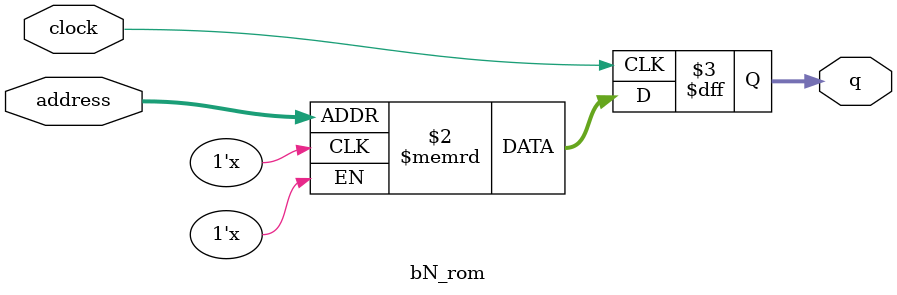
<source format=sv>
module bN_rom (
	input logic clock,
	input logic [11:0] address,
	output logic [3:0] q
);

logic [3:0] memory [0:3599] /* synthesis ram_init_file = "./bN/bN.COE" */;

always_ff @ (posedge clock) begin
	q <= memory[address];
end

endmodule

</source>
